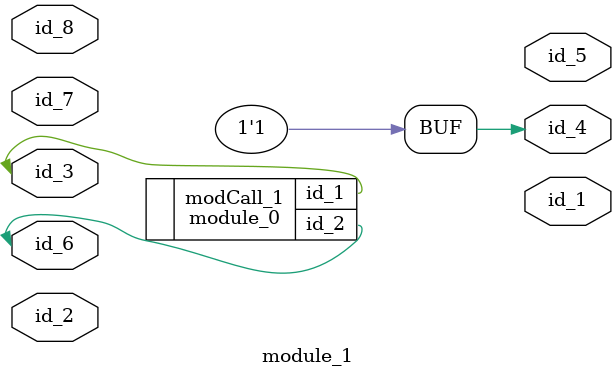
<source format=v>
module module_0 (
    id_1,
    id_2
);
  inout wire id_2;
  inout wire id_1;
  wire id_3;
endmodule
module module_1 (
    id_1,
    id_2,
    id_3,
    id_4,
    id_5,
    id_6,
    id_7,
    id_8
);
  input wire id_8;
  input wire id_7;
  inout wire id_6;
  output wire id_5;
  output wire id_4;
  inout wire id_3;
  inout wire id_2;
  output wire id_1;
  module_0 modCall_1 (
      id_3,
      id_6
  );
  always begin : LABEL_0
    id_4 <= 1;
    $display(1);
  end
endmodule

</source>
